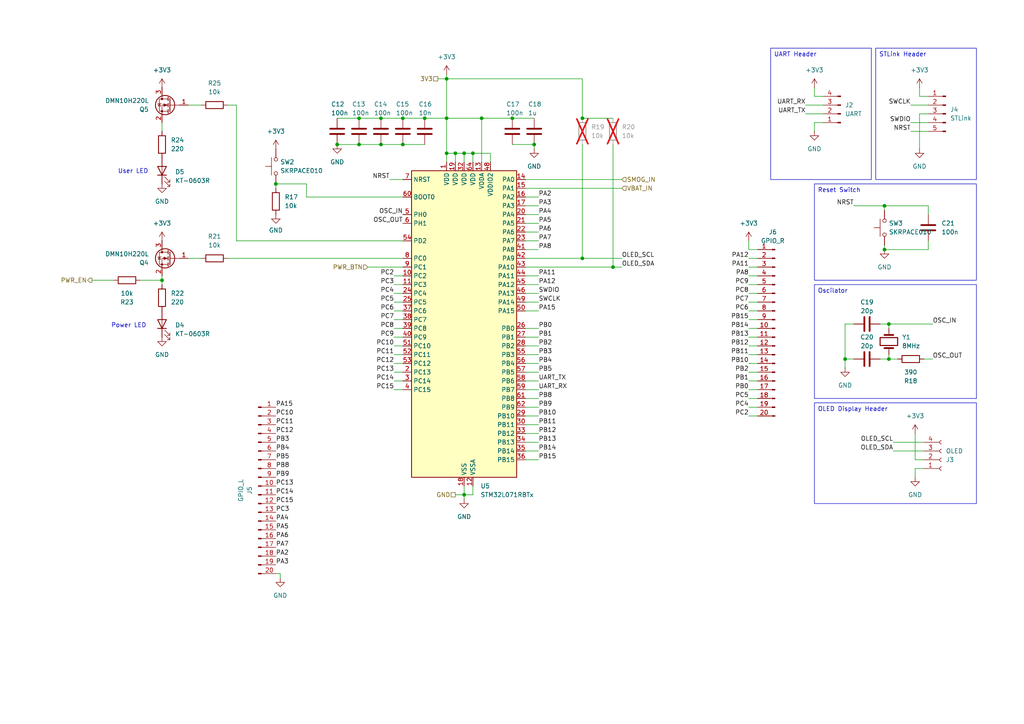
<source format=kicad_sch>
(kicad_sch (version 20231120) (generator "eeschema") (generator_version "8.0")
  (paper "A4")
  (title_block (title "E-Smog detector controller") (date "2024-03-15") (rev "0.2") (company "ARNweb Inc. ") (comment 1 "1798423") (comment 2 "Arne van Iterson"))
  (lib_symbols
    (symbol "Connector:Conn_01x04_Pin" (pin_names (offset 1.016) hide)
      (property "Reference" "J" (at 0 5.08 0))
      (property "Value" "Conn_01x04_Pin" (at 0 -7.62 0))
      (symbol "Conn_01x04_Pin_1_1"
        (polyline (pts (xy 1.27 -5.08) (xy 0.8636 -5.08)) (stroke (width 0.1524)))
        (polyline (pts (xy 1.27 -2.54) (xy 0.8636 -2.54)) (stroke (width 0.1524)))
        (polyline (pts (xy 1.27 0) (xy 0.8636 0)) (stroke (width 0.1524)))
        (polyline (pts (xy 1.27 2.54) (xy 0.8636 2.54)) (stroke (width 0.1524)))
        (rectangle (start 0.8636 -4.953) (end 0 -5.207) (stroke (width 0.1524)) (fill (type outline)))
        (rectangle (start 0.8636 -2.413) (end 0 -2.667) (stroke (width 0.1524)) (fill (type outline)))
        (rectangle (start 0.8636 0.127) (end 0 -0.127) (stroke (width 0.1524)) (fill (type outline)))
        (rectangle (start 0.8636 2.667) (end 0 2.413) (stroke (width 0.1524)) (fill (type outline)))
        (pin passive line (at 5.08 2.54 180) (length 3.81) (name "Pin_1") (number "1"))
        (pin passive line (at 5.08 0 180) (length 3.81) (name "Pin_2") (number "2"))
        (pin passive line (at 5.08 -2.54 180) (length 3.81) (name "Pin_3") (number "3"))
        (pin passive line (at 5.08 -5.08 180) (length 3.81) (name "Pin_4") (number "4"))
      )
    )
    (symbol "Connector:Conn_01x04_Socket" (pin_names (offset 1.016) hide)
      (property "Reference" "J" (at 0 5.08 0))
      (property "Value" "Conn_01x04_Socket" (at 0 -7.62 0))
      (symbol "Conn_01x04_Socket_1_1"
        (arc (start 0 -4.572) (mid -0.5058 -5.08) (end 0 -5.588) (stroke (width 0.1524)))
        (arc (start 0 -2.032) (mid -0.5058 -2.54) (end 0 -3.048) (stroke (width 0.1524)))
        (polyline (pts (xy -1.27 -5.08) (xy -0.508 -5.08)) (stroke (width 0.1524)))
        (polyline (pts (xy -1.27 -2.54) (xy -0.508 -2.54)) (stroke (width 0.1524)))
        (polyline (pts (xy -1.27 0) (xy -0.508 0)) (stroke (width 0.1524)))
        (polyline (pts (xy -1.27 2.54) (xy -0.508 2.54)) (stroke (width 0.1524)))
        (arc (start 0 0.508) (mid -0.5058 0) (end 0 -0.508) (stroke (width 0.1524)))
        (arc (start 0 3.048) (mid -0.5058 2.54) (end 0 2.032) (stroke (width 0.1524)))
        (pin passive line (at -5.08 2.54 0) (length 3.81) (name "Pin_1") (number "1"))
        (pin passive line (at -5.08 0 0) (length 3.81) (name "Pin_2") (number "2"))
        (pin passive line (at -5.08 -2.54 0) (length 3.81) (name "Pin_3") (number "3"))
        (pin passive line (at -5.08 -5.08 0) (length 3.81) (name "Pin_4") (number "4"))
      )
    )
    (symbol "Connector:Conn_01x05_Pin" (pin_names (offset 1.016) hide)
      (property "Reference" "J" (at 0 7.62 0))
      (property "Value" "Conn_01x05_Pin" (at 0 -7.62 0))
      (symbol "Conn_01x05_Pin_1_1"
        (polyline (pts (xy 1.27 -5.08) (xy 0.8636 -5.08)) (stroke (width 0.1524)))
        (polyline (pts (xy 1.27 -2.54) (xy 0.8636 -2.54)) (stroke (width 0.1524)))
        (polyline (pts (xy 1.27 0) (xy 0.8636 0)) (stroke (width 0.1524)))
        (polyline (pts (xy 1.27 2.54) (xy 0.8636 2.54)) (stroke (width 0.1524)))
        (polyline (pts (xy 1.27 5.08) (xy 0.8636 5.08)) (stroke (width 0.1524)))
        (rectangle (start 0.8636 -4.953) (end 0 -5.207) (stroke (width 0.1524)) (fill (type outline)))
        (rectangle (start 0.8636 -2.413) (end 0 -2.667) (stroke (width 0.1524)) (fill (type outline)))
        (rectangle (start 0.8636 0.127) (end 0 -0.127) (stroke (width 0.1524)) (fill (type outline)))
        (rectangle (start 0.8636 2.667) (end 0 2.413) (stroke (width 0.1524)) (fill (type outline)))
        (rectangle (start 0.8636 5.207) (end 0 4.953) (stroke (width 0.1524)) (fill (type outline)))
        (pin passive line (at 5.08 5.08 180) (length 3.81) (name "Pin_1") (number "1"))
        (pin passive line (at 5.08 2.54 180) (length 3.81) (name "Pin_2") (number "2"))
        (pin passive line (at 5.08 0 180) (length 3.81) (name "Pin_3") (number "3"))
        (pin passive line (at 5.08 -2.54 180) (length 3.81) (name "Pin_4") (number "4"))
        (pin passive line (at 5.08 -5.08 180) (length 3.81) (name "Pin_5") (number "5"))
      )
    )
    (symbol "Connector:Conn_01x20_Pin" (pin_names (offset 1.016) hide)
      (property "Reference" "J" (at 0 25.4 0))
      (property "Value" "Conn_01x20_Pin" (at 0 -27.94 0))
      (symbol "Conn_01x20_Pin_1_1"
        (polyline (pts (xy 1.27 -25.4) (xy 0.8636 -25.4)) (stroke (width 0.1524)))
        (polyline (pts (xy 1.27 -22.86) (xy 0.8636 -22.86)) (stroke (width 0.1524)))
        (polyline (pts (xy 1.27 -20.32) (xy 0.8636 -20.32)) (stroke (width 0.1524)))
        (polyline (pts (xy 1.27 -17.78) (xy 0.8636 -17.78)) (stroke (width 0.1524)))
        (polyline (pts (xy 1.27 -15.24) (xy 0.8636 -15.24)) (stroke (width 0.1524)))
        (polyline (pts (xy 1.27 -12.7) (xy 0.8636 -12.7)) (stroke (width 0.1524)))
        (polyline (pts (xy 1.27 -10.16) (xy 0.8636 -10.16)) (stroke (width 0.1524)))
        (polyline (pts (xy 1.27 -7.62) (xy 0.8636 -7.62)) (stroke (width 0.1524)))
        (polyline (pts (xy 1.27 -5.08) (xy 0.8636 -5.08)) (stroke (width 0.1524)))
        (polyline (pts (xy 1.27 -2.54) (xy 0.8636 -2.54)) (stroke (width 0.1524)))
        (polyline (pts (xy 1.27 0) (xy 0.8636 0)) (stroke (width 0.1524)))
        (polyline (pts (xy 1.27 2.54) (xy 0.8636 2.54)) (stroke (width 0.1524)))
        (polyline (pts (xy 1.27 5.08) (xy 0.8636 5.08)) (stroke (width 0.1524)))
        (polyline (pts (xy 1.27 7.62) (xy 0.8636 7.62)) (stroke (width 0.1524)))
        (polyline (pts (xy 1.27 10.16) (xy 0.8636 10.16)) (stroke (width 0.1524)))
        (polyline (pts (xy 1.27 12.7) (xy 0.8636 12.7)) (stroke (width 0.1524)))
        (polyline (pts (xy 1.27 15.24) (xy 0.8636 15.24)) (stroke (width 0.1524)))
        (polyline (pts (xy 1.27 17.78) (xy 0.8636 17.78)) (stroke (width 0.1524)))
        (polyline (pts (xy 1.27 20.32) (xy 0.8636 20.32)) (stroke (width 0.1524)))
        (polyline (pts (xy 1.27 22.86) (xy 0.8636 22.86)) (stroke (width 0.1524)))
        (rectangle (start 0.8636 -25.273) (end 0 -25.527) (stroke (width 0.1524)) (fill (type outline)))
        (rectangle (start 0.8636 -22.733) (end 0 -22.987) (stroke (width 0.1524)) (fill (type outline)))
        (rectangle (start 0.8636 -20.193) (end 0 -20.447) (stroke (width 0.1524)) (fill (type outline)))
        (rectangle (start 0.8636 -17.653) (end 0 -17.907) (stroke (width 0.1524)) (fill (type outline)))
        (rectangle (start 0.8636 -15.113) (end 0 -15.367) (stroke (width 0.1524)) (fill (type outline)))
        (rectangle (start 0.8636 -12.573) (end 0 -12.827) (stroke (width 0.1524)) (fill (type outline)))
        (rectangle (start 0.8636 -10.033) (end 0 -10.287) (stroke (width 0.1524)) (fill (type outline)))
        (rectangle (start 0.8636 -7.493) (end 0 -7.747) (stroke (width 0.1524)) (fill (type outline)))
        (rectangle (start 0.8636 -4.953) (end 0 -5.207) (stroke (width 0.1524)) (fill (type outline)))
        (rectangle (start 0.8636 -2.413) (end 0 -2.667) (stroke (width 0.1524)) (fill (type outline)))
        (rectangle (start 0.8636 0.127) (end 0 -0.127) (stroke (width 0.1524)) (fill (type outline)))
        (rectangle (start 0.8636 2.667) (end 0 2.413) (stroke (width 0.1524)) (fill (type outline)))
        (rectangle (start 0.8636 5.207) (end 0 4.953) (stroke (width 0.1524)) (fill (type outline)))
        (rectangle (start 0.8636 7.747) (end 0 7.493) (stroke (width 0.1524)) (fill (type outline)))
        (rectangle (start 0.8636 10.287) (end 0 10.033) (stroke (width 0.1524)) (fill (type outline)))
        (rectangle (start 0.8636 12.827) (end 0 12.573) (stroke (width 0.1524)) (fill (type outline)))
        (rectangle (start 0.8636 15.367) (end 0 15.113) (stroke (width 0.1524)) (fill (type outline)))
        (rectangle (start 0.8636 17.907) (end 0 17.653) (stroke (width 0.1524)) (fill (type outline)))
        (rectangle (start 0.8636 20.447) (end 0 20.193) (stroke (width 0.1524)) (fill (type outline)))
        (rectangle (start 0.8636 22.987) (end 0 22.733) (stroke (width 0.1524)) (fill (type outline)))
        (pin passive line (at 5.08 22.86 180) (length 3.81) (name "Pin_1") (number "1"))
        (pin passive line (at 5.08 0 180) (length 3.81) (name "Pin_10") (number "10"))
        (pin passive line (at 5.08 -2.54 180) (length 3.81) (name "Pin_11") (number "11"))
        (pin passive line (at 5.08 -5.08 180) (length 3.81) (name "Pin_12") (number "12"))
        (pin passive line (at 5.08 -7.62 180) (length 3.81) (name "Pin_13") (number "13"))
        (pin passive line (at 5.08 -10.16 180) (length 3.81) (name "Pin_14") (number "14"))
        (pin passive line (at 5.08 -12.7 180) (length 3.81) (name "Pin_15") (number "15"))
        (pin passive line (at 5.08 -15.24 180) (length 3.81) (name "Pin_16") (number "16"))
        (pin passive line (at 5.08 -17.78 180) (length 3.81) (name "Pin_17") (number "17"))
        (pin passive line (at 5.08 -20.32 180) (length 3.81) (name "Pin_18") (number "18"))
        (pin passive line (at 5.08 -22.86 180) (length 3.81) (name "Pin_19") (number "19"))
        (pin passive line (at 5.08 20.32 180) (length 3.81) (name "Pin_2") (number "2"))
        (pin passive line (at 5.08 -25.4 180) (length 3.81) (name "Pin_20") (number "20"))
        (pin passive line (at 5.08 17.78 180) (length 3.81) (name "Pin_3") (number "3"))
        (pin passive line (at 5.08 15.24 180) (length 3.81) (name "Pin_4") (number "4"))
        (pin passive line (at 5.08 12.7 180) (length 3.81) (name "Pin_5") (number "5"))
        (pin passive line (at 5.08 10.16 180) (length 3.81) (name "Pin_6") (number "6"))
        (pin passive line (at 5.08 7.62 180) (length 3.81) (name "Pin_7") (number "7"))
        (pin passive line (at 5.08 5.08 180) (length 3.81) (name "Pin_8") (number "8"))
        (pin passive line (at 5.08 2.54 180) (length 3.81) (name "Pin_9") (number "9"))
      )
    )
    (symbol "Device:C" (pin_numbers hide) (pin_names (offset 0.254))
      (property "Reference" "C" (at 0.635 2.54 0))
      (property "Value" "C" (at 0.635 -2.54 0))
      (symbol "C_0_1"
        (polyline (pts (xy -2.032 -0.762) (xy 2.032 -0.762)) (stroke (width 0.508)))
        (polyline (pts (xy -2.032 0.762) (xy 2.032 0.762)) (stroke (width 0.508)))
      )
      (symbol "C_1_1"
        (pin passive line (at 0 3.81 270) (length 2.794) (name "~") (number "1"))
        (pin passive line (at 0 -3.81 90) (length 2.794) (name "~") (number "2"))
      )
    )
    (symbol "Device:Crystal" (pin_numbers hide) (pin_names (offset 1.016) hide)
      (property "Reference" "Y" (at 0 3.81 0))
      (property "Value" "Crystal" (at 0 -3.81 0))
      (symbol "Crystal_0_1"
        (rectangle (start -1.143 2.54) (end 1.143 -2.54) (stroke (width 0.3048)))
        (polyline (pts (xy -2.54 0) (xy -1.905 0)))
        (polyline (pts (xy -1.905 -1.27) (xy -1.905 1.27)) (stroke (width 0.508)))
        (polyline (pts (xy 1.905 -1.27) (xy 1.905 1.27)) (stroke (width 0.508)))
        (polyline (pts (xy 2.54 0) (xy 1.905 0)))
      )
      (symbol "Crystal_1_1"
        (pin passive line (at -3.81 0 0) (length 1.27) (name "1") (number "1"))
        (pin passive line (at 3.81 0 180) (length 1.27) (name "2") (number "2"))
      )
    )
    (symbol "Device:LED" (pin_numbers hide) (pin_names (offset 1.016) hide)
      (property "Reference" "D" (at 0 2.54 0))
      (property "Value" "LED" (at 0 -2.54 0))
      (symbol "LED_0_1"
        (polyline (pts (xy -1.27 -1.27) (xy -1.27 1.27)) (stroke (width 0.254)))
        (polyline (pts (xy -1.27 0) (xy 1.27 0)))
        (polyline (pts (xy 1.27 -1.27) (xy 1.27 1.27) (xy -1.27 0) (xy 1.27 -1.27)) (stroke (width 0.254)))
        (polyline (pts (xy -3.048 -0.762) (xy -4.572 -2.286) (xy -3.81 -2.286) (xy -4.572 -2.286) (xy -4.572 -1.524)))
        (polyline (pts (xy -1.778 -0.762) (xy -3.302 -2.286) (xy -2.54 -2.286) (xy -3.302 -2.286) (xy -3.302 -1.524)))
      )
      (symbol "LED_1_1"
        (pin passive line (at -3.81 0 0) (length 2.54) (name "K") (number "1"))
        (pin passive line (at 3.81 0 180) (length 2.54) (name "A") (number "2"))
      )
    )
    (symbol "Device:R" (pin_numbers hide) (pin_names (offset 0))
      (property "Reference" "R" (at 2.032 0 90))
      (property "Value" "R" (at 0 0 90))
      (symbol "R_0_1"
        (rectangle (start -1.016 -2.54) (end 1.016 2.54) (stroke (width 0.254)))
      )
      (symbol "R_1_1"
        (pin passive line (at 0 3.81 270) (length 1.27) (name "~") (number "1"))
        (pin passive line (at 0 -3.81 90) (length 1.27) (name "~") (number "2"))
      )
    )
    (symbol "MCU_ST_STM32L0:STM32L071RBTx"
      (property "Reference" "U" (at -15.24 46.99 0))
      (property "Value" "STM32L071RBTx" (at 10.16 46.99 0))
      (symbol "STM32L071RBTx_0_1"
        (rectangle (start -15.24 -43.18) (end 15.24 45.72) (stroke (width 0.254)) (fill (type background)))
      )
      (symbol "STM32L071RBTx_1_1"
        (pin power_in line (at -5.08 48.26 270) (length 2.54) (name "VDD") (number "1"))
        (pin bidirectional line (at -17.78 15.24 0) (length 2.54) (name "PC2") (number "10"))
        (pin bidirectional line (at -17.78 12.7 0) (length 2.54) (name "PC3") (number "11"))
        (pin power_in line (at 2.54 -45.72 90) (length 2.54) (name "VSSA") (number "12"))
        (pin power_in line (at 5.08 48.26 270) (length 2.54) (name "VDDA") (number "13"))
        (pin bidirectional line (at 17.78 43.18 180) (length 2.54) (name "PA0") (number "14"))
        (pin bidirectional line (at 17.78 40.64 180) (length 2.54) (name "PA1") (number "15"))
        (pin bidirectional line (at 17.78 38.1 180) (length 2.54) (name "PA2") (number "16"))
        (pin bidirectional line (at 17.78 35.56 180) (length 2.54) (name "PA3") (number "17"))
        (pin power_in line (at 0 -45.72 90) (length 2.54) (name "VSS") (number "18"))
        (pin power_in line (at -2.54 48.26 270) (length 2.54) (name "VDD") (number "19"))
        (pin bidirectional line (at -17.78 -12.7 0) (length 2.54) (name "PC13") (number "2"))
        (pin bidirectional line (at 17.78 33.02 180) (length 2.54) (name "PA4") (number "20"))
        (pin bidirectional line (at 17.78 30.48 180) (length 2.54) (name "PA5") (number "21"))
        (pin bidirectional line (at 17.78 27.94 180) (length 2.54) (name "PA6") (number "22"))
        (pin bidirectional line (at 17.78 25.4 180) (length 2.54) (name "PA7") (number "23"))
        (pin bidirectional line (at -17.78 10.16 0) (length 2.54) (name "PC4") (number "24"))
        (pin bidirectional line (at -17.78 7.62 0) (length 2.54) (name "PC5") (number "25"))
        (pin bidirectional line (at 17.78 0 180) (length 2.54) (name "PB0") (number "26"))
        (pin bidirectional line (at 17.78 -2.54 180) (length 2.54) (name "PB1") (number "27"))
        (pin bidirectional line (at 17.78 -5.08 180) (length 2.54) (name "PB2") (number "28"))
        (pin bidirectional line (at 17.78 -25.4 180) (length 2.54) (name "PB10") (number "29"))
        (pin bidirectional line (at -17.78 -15.24 0) (length 2.54) (name "PC14") (number "3"))
        (pin bidirectional line (at 17.78 -27.94 180) (length 2.54) (name "PB11") (number "30"))
        (pin passive line (at 0 -45.72 90) (length 2.54) hide (name "VSS") (number "31"))
        (pin power_in line (at 0 48.26 270) (length 2.54) (name "VDD") (number "32"))
        (pin bidirectional line (at 17.78 -30.48 180) (length 2.54) (name "PB12") (number "33"))
        (pin bidirectional line (at 17.78 -33.02 180) (length 2.54) (name "PB13") (number "34"))
        (pin bidirectional line (at 17.78 -35.56 180) (length 2.54) (name "PB14") (number "35"))
        (pin bidirectional line (at 17.78 -38.1 180) (length 2.54) (name "PB15") (number "36"))
        (pin bidirectional line (at -17.78 5.08 0) (length 2.54) (name "PC6") (number "37"))
        (pin bidirectional line (at -17.78 2.54 0) (length 2.54) (name "PC7") (number "38"))
        (pin bidirectional line (at -17.78 0 0) (length 2.54) (name "PC8") (number "39"))
        (pin bidirectional line (at -17.78 -17.78 0) (length 2.54) (name "PC15") (number "4"))
        (pin bidirectional line (at -17.78 -2.54 0) (length 2.54) (name "PC9") (number "40"))
        (pin bidirectional line (at 17.78 22.86 180) (length 2.54) (name "PA8") (number "41"))
        (pin bidirectional line (at 17.78 20.32 180) (length 2.54) (name "PA9") (number "42"))
        (pin bidirectional line (at 17.78 17.78 180) (length 2.54) (name "PA10") (number "43"))
        (pin bidirectional line (at 17.78 15.24 180) (length 2.54) (name "PA11") (number "44"))
        (pin bidirectional line (at 17.78 12.7 180) (length 2.54) (name "PA12") (number "45"))
        (pin bidirectional line (at 17.78 10.16 180) (length 2.54) (name "PA13") (number "46"))
        (pin passive line (at 0 -45.72 90) (length 2.54) hide (name "VSS") (number "47"))
        (pin power_in line (at 7.62 48.26 270) (length 2.54) (name "VDDIO2") (number "48"))
        (pin bidirectional line (at 17.78 7.62 180) (length 2.54) (name "PA14") (number "49"))
        (pin bidirectional line (at -17.78 33.02 0) (length 2.54) (name "PH0") (number "5"))
        (pin bidirectional line (at 17.78 5.08 180) (length 2.54) (name "PA15") (number "50"))
        (pin bidirectional line (at -17.78 -5.08 0) (length 2.54) (name "PC10") (number "51"))
        (pin bidirectional line (at -17.78 -7.62 0) (length 2.54) (name "PC11") (number "52"))
        (pin bidirectional line (at -17.78 -10.16 0) (length 2.54) (name "PC12") (number "53"))
        (pin bidirectional line (at -17.78 25.4 0) (length 2.54) (name "PD2") (number "54"))
        (pin bidirectional line (at 17.78 -7.62 180) (length 2.54) (name "PB3") (number "55"))
        (pin bidirectional line (at 17.78 -10.16 180) (length 2.54) (name "PB4") (number "56"))
        (pin bidirectional line (at 17.78 -12.7 180) (length 2.54) (name "PB5") (number "57"))
        (pin bidirectional line (at 17.78 -15.24 180) (length 2.54) (name "PB6") (number "58"))
        (pin bidirectional line (at 17.78 -17.78 180) (length 2.54) (name "PB7") (number "59"))
        (pin bidirectional line (at -17.78 30.48 0) (length 2.54) (name "PH1") (number "6"))
        (pin input line (at -17.78 38.1 0) (length 2.54) (name "BOOT0") (number "60"))
        (pin bidirectional line (at 17.78 -20.32 180) (length 2.54) (name "PB8") (number "61"))
        (pin bidirectional line (at 17.78 -22.86 180) (length 2.54) (name "PB9") (number "62"))
        (pin passive line (at 0 -45.72 90) (length 2.54) hide (name "VSS") (number "63"))
        (pin power_in line (at 2.54 48.26 270) (length 2.54) (name "VDD") (number "64"))
        (pin input line (at -17.78 43.18 0) (length 2.54) (name "NRST") (number "7"))
        (pin bidirectional line (at -17.78 20.32 0) (length 2.54) (name "PC0") (number "8"))
        (pin bidirectional line (at -17.78 17.78 0) (length 2.54) (name "PC1") (number "9"))
      )
    )
    (symbol "Switch:SW_Push" (pin_numbers hide) (pin_names (offset 1.016) hide)
      (property "Reference" "SW" (at 1.27 2.54 0))
      (property "Value" "SW_Push" (at 0 -1.524 0))
      (symbol "SW_Push_0_1"
        (circle (center -2.032 0) (radius 0.508))
        (polyline (pts (xy 0 1.27) (xy 0 3.048)))
        (polyline (pts (xy 2.54 1.27) (xy -2.54 1.27)))
        (circle (center 2.032 0) (radius 0.508))
        (pin passive line (at -5.08 0 0) (length 2.54) (name "1") (number "1"))
        (pin passive line (at 5.08 0 180) (length 2.54) (name "2") (number "2"))
      )
    )
    (symbol "Transistor_FET:DMN10H220L" (pin_names hide)
      (property "Reference" "Q" (at 5.08 1.905 0))
      (property "Value" "DMN10H220L" (at 5.08 0 0))
      (symbol "DMN10H220L_0_1"
        (polyline (pts (xy 0.254 0) (xy -2.54 0)))
        (polyline (pts (xy 0.254 1.905) (xy 0.254 -1.905)) (stroke (width 0.254)))
        (polyline (pts (xy 0.762 -1.27) (xy 0.762 -2.286)) (stroke (width 0.254)))
        (polyline (pts (xy 0.762 0.508) (xy 0.762 -0.508)) (stroke (width 0.254)))
        (polyline (pts (xy 0.762 2.286) (xy 0.762 1.27)) (stroke (width 0.254)))
        (polyline (pts (xy 2.54 2.54) (xy 2.54 1.778)))
        (polyline (pts (xy 2.54 -2.54) (xy 2.54 0) (xy 0.762 0)))
        (polyline (pts (xy 0.762 -1.778) (xy 3.302 -1.778) (xy 3.302 1.778) (xy 0.762 1.778)))
        (polyline (pts (xy 1.016 0) (xy 2.032 0.381) (xy 2.032 -0.381) (xy 1.016 0)) (fill (type outline)))
        (polyline (pts (xy 2.794 0.508) (xy 2.921 0.381) (xy 3.683 0.381) (xy 3.81 0.254)))
        (polyline (pts (xy 3.302 0.381) (xy 2.921 -0.254) (xy 3.683 -0.254) (xy 3.302 0.381)))
        (circle (center 1.651 0) (radius 2.794) (stroke (width 0.254)))
        (circle (center 2.54 -1.778) (radius 0.254) (fill (type outline)))
        (circle (center 2.54 1.778) (radius 0.254) (fill (type outline)))
      )
      (symbol "DMN10H220L_1_1"
        (pin input line (at -5.08 0 0) (length 2.54) (name "G") (number "1"))
        (pin passive line (at 2.54 -5.08 90) (length 2.54) (name "S") (number "2"))
        (pin passive line (at 2.54 5.08 270) (length 2.54) (name "D") (number "3"))
      )
    )
    (symbol "power:+3V3" (power) (pin_numbers hide) (pin_names (offset 0) hide)
      (property "Value" "+3V3" (at 0 3.556 0))
      (symbol "+3V3_0_1"
        (polyline (pts (xy -0.762 1.27) (xy 0 2.54)))
        (polyline (pts (xy 0 0) (xy 0 2.54)))
        (polyline (pts (xy 0 2.54) (xy 0.762 1.27)))
      )
      (symbol "+3V3_1_1"
        (pin power_in line (at 0 0 90) (length 0) (name "~") (number "1"))
      )
    )
    (symbol "power:GND" (power) (pin_numbers hide) (pin_names (offset 0) hide)
      (property "Value" "GND" (at 0 -3.81 0))
      (symbol "GND_0_1"
        (polyline (pts (xy 0 0) (xy 0 -1.27) (xy 1.27 -1.27) (xy 0 -2.54) (xy -1.27 -1.27) (xy 0 -1.27)))
      )
      (symbol "GND_1_1"
        (pin power_in line (at 0 0 270) (length 0) (name "~") (number "1"))
      )
    )
  )
  (junction (at 123.19 34.29))
  (junction (at 110.49 34.29))
  (junction (at 116.84 34.29))
  (junction (at 168.91 34.29))
  (junction (at 148.59 34.29))
  (junction (at 257.81 104.14))
  (junction (at 256.54 59.69))
  (junction (at 132.08 44.45))
  (junction (at 104.14 34.29))
  (junction (at 129.54 22.86))
  (junction (at 97.79 41.91))
  (junction (at 154.94 41.91))
  (junction (at 129.54 44.45))
  (junction (at 257.81 93.98))
  (junction (at 168.91 74.93))
  (junction (at 110.49 41.91))
  (junction (at 46.99 81.28))
  (junction (at 134.62 143.51))
  (junction (at 256.54 72.39))
  (junction (at 80.01 53.34))
  (junction (at 129.54 34.29))
  (junction (at 104.14 41.91))
  (junction (at 139.7 34.29))
  (junction (at 245.11 104.14))
  (junction (at 137.16 44.45))
  (junction (at 134.62 44.45))
  (junction (at 116.84 41.91))
  (junction (at 177.8 77.47))
  (wire (pts (xy 265.43 135.89) (xy 267.97 135.89)))
  (wire (pts (xy 152.4 54.61) (xy 180.34 54.61)))
  (wire (pts (xy 113.03 52.07) (xy 116.84 52.07)))
  (wire (pts (xy 114.3 90.17) (xy 116.84 90.17)))
  (wire (pts (xy 177.8 41.91) (xy 177.8 77.47)))
  (wire (pts (xy 156.21 67.31) (xy 152.4 67.31)))
  (wire (pts (xy 129.54 44.45) (xy 132.08 44.45)))
  (wire (pts (xy 152.4 52.07) (xy 180.34 52.07)))
  (wire (pts (xy 114.3 110.49) (xy 116.84 110.49)))
  (wire (pts (xy 114.3 97.79) (xy 116.84 97.79)))
  (wire (pts (xy 217.17 72.39) (xy 219.71 72.39)))
  (wire (pts (xy 81.28 166.37) (xy 80.01 166.37)))
  (wire (pts (xy 80.01 54.61) (xy 80.01 53.34)))
  (wire (pts (xy 259.08 130.81) (xy 267.97 130.81)))
  (wire (pts (xy 106.68 77.47) (xy 116.84 77.47)))
  (wire (pts (xy 114.3 80.01) (xy 116.84 80.01)))
  (wire (pts (xy 156.21 125.73) (xy 152.4 125.73)))
  (wire (pts (xy 156.21 102.87) (xy 152.4 102.87)))
  (wire (pts (xy 257.81 93.98) (xy 270.51 93.98)))
  (wire (pts (xy 152.4 77.47) (xy 177.8 77.47)))
  (wire (pts (xy 217.17 105.41) (xy 219.71 105.41)))
  (wire (pts (xy 257.81 104.14) (xy 260.35 104.14)))
  (wire (pts (xy 217.17 82.55) (xy 219.71 82.55)))
  (wire (pts (xy 154.94 43.18) (xy 154.94 41.91)))
  (wire (pts (xy 156.21 128.27) (xy 152.4 128.27)))
  (wire (pts (xy 123.19 34.29) (xy 129.54 34.29)))
  (wire (pts (xy 114.3 102.87) (xy 116.84 102.87)))
  (wire (pts (xy 148.59 41.91) (xy 154.94 41.91)))
  (wire (pts (xy 217.17 95.25) (xy 219.71 95.25)))
  (wire (pts (xy 245.11 106.68) (xy 245.11 104.14)))
  (wire (pts (xy 88.9 57.15) (xy 116.84 57.15)))
  (wire (pts (xy 156.21 118.11) (xy 152.4 118.11)))
  (wire (pts (xy 114.3 85.09) (xy 116.84 85.09)))
  (wire (pts (xy 177.8 77.47) (xy 180.34 77.47)))
  (wire (pts (xy 236.22 35.56) (xy 238.76 35.56)))
  (wire (pts (xy 217.17 74.93) (xy 219.71 74.93)))
  (wire (pts (xy 156.21 80.01) (xy 152.4 80.01)))
  (wire (pts (xy 217.17 113.03) (xy 219.71 113.03)))
  (wire (pts (xy 132.08 44.45) (xy 132.08 46.99)))
  (wire (pts (xy 104.14 41.91) (xy 110.49 41.91)))
  (wire (pts (xy 134.62 44.45) (xy 134.62 46.99)))
  (wire (pts (xy 137.16 143.51) (xy 134.62 143.51)))
  (wire (pts (xy 152.4 113.03) (xy 156.21 113.03)))
  (wire (pts (xy 46.99 82.55) (xy 46.99 81.28)))
  (wire (pts (xy 217.17 97.79) (xy 219.71 97.79)))
  (wire (pts (xy 134.62 143.51) (xy 134.62 144.78)))
  (wire (pts (xy 264.16 38.1) (xy 269.24 38.1)))
  (wire (pts (xy 110.49 41.91) (xy 116.84 41.91)))
  (wire (pts (xy 266.7 27.94) (xy 269.24 27.94)))
  (wire (pts (xy 129.54 34.29) (xy 139.7 34.29)))
  (wire (pts (xy 217.17 87.63) (xy 219.71 87.63)))
  (wire (pts (xy 129.54 22.86) (xy 168.91 22.86)))
  (wire (pts (xy 266.7 33.02) (xy 269.24 33.02)))
  (wire (pts (xy 236.22 38.1) (xy 236.22 35.56)))
  (wire (pts (xy 114.3 113.03) (xy 116.84 113.03)))
  (wire (pts (xy 137.16 140.97) (xy 137.16 143.51)))
  (wire (pts (xy 245.11 93.98) (xy 245.11 104.14)))
  (wire (pts (xy 137.16 44.45) (xy 137.16 46.99)))
  (wire (pts (xy 114.3 100.33) (xy 116.84 100.33)))
  (wire (pts (xy 152.4 90.17) (xy 156.21 90.17)))
  (wire (pts (xy 88.9 53.34) (xy 88.9 57.15)))
  (wire (pts (xy 156.21 123.19) (xy 152.4 123.19)))
  (wire (pts (xy 156.21 107.95) (xy 152.4 107.95)))
  (wire (pts (xy 46.99 80.01) (xy 46.99 81.28)))
  (wire (pts (xy 110.49 34.29) (xy 116.84 34.29)))
  (wire (pts (xy 217.17 118.11) (xy 219.71 118.11)))
  (wire (pts (xy 267.97 104.14) (xy 270.51 104.14)))
  (wire (pts (xy 114.3 82.55) (xy 116.84 82.55)))
  (wire (pts (xy 66.04 74.93) (xy 116.84 74.93)))
  (wire (pts (xy 247.65 104.14) (xy 245.11 104.14)))
  (wire (pts (xy 256.54 71.12) (xy 256.54 72.39)))
  (wire (pts (xy 255.27 104.14) (xy 257.81 104.14)))
  (wire (pts (xy 256.54 59.69) (xy 256.54 60.96)))
  (wire (pts (xy 217.17 110.49) (xy 219.71 110.49)))
  (wire (pts (xy 46.99 35.56) (xy 46.99 38.1)))
  (wire (pts (xy 265.43 138.43) (xy 265.43 135.89)))
  (wire (pts (xy 81.28 167.64) (xy 81.28 166.37)))
  (wire (pts (xy 265.43 133.35) (xy 267.97 133.35)))
  (wire (pts (xy 168.91 41.91) (xy 168.91 74.93)))
  (wire (pts (xy 269.24 69.85) (xy 269.24 72.39)))
  (wire (pts (xy 114.3 92.71) (xy 116.84 92.71)))
  (wire (pts (xy 266.7 43.18) (xy 266.7 33.02)))
  (wire (pts (xy 156.21 130.81) (xy 152.4 130.81)))
  (wire (pts (xy 132.08 143.51) (xy 134.62 143.51)))
  (wire (pts (xy 264.16 30.48) (xy 269.24 30.48)))
  (wire (pts (xy 256.54 59.69) (xy 269.24 59.69)))
  (wire (pts (xy 217.17 115.57) (xy 219.71 115.57)))
  (wire (pts (xy 156.21 82.55) (xy 152.4 82.55)))
  (wire (pts (xy 156.21 95.25) (xy 152.4 95.25)))
  (wire (pts (xy 168.91 74.93) (xy 180.34 74.93)))
  (wire (pts (xy 236.22 25.4) (xy 236.22 27.94)))
  (wire (pts (xy 68.58 69.85) (xy 116.84 69.85)))
  (wire (pts (xy 168.91 22.86) (xy 168.91 34.29)))
  (wire (pts (xy 116.84 34.29) (xy 123.19 34.29)))
  (wire (pts (xy 129.54 44.45) (xy 129.54 46.99)))
  (wire (pts (xy 156.21 100.33) (xy 152.4 100.33)))
  (wire (pts (xy 129.54 22.86) (xy 129.54 34.29)))
  (wire (pts (xy 217.17 80.01) (xy 219.71 80.01)))
  (wire (pts (xy 129.54 34.29) (xy 129.54 44.45)))
  (wire (pts (xy 66.04 30.48) (xy 68.58 30.48)))
  (wire (pts (xy 26.67 81.28) (xy 33.02 81.28)))
  (wire (pts (xy 129.54 21.59) (xy 129.54 22.86)))
  (wire (pts (xy 156.21 115.57) (xy 152.4 115.57)))
  (wire (pts (xy 257.81 95.25) (xy 257.81 93.98)))
  (wire (pts (xy 259.08 128.27) (xy 267.97 128.27)))
  (wire (pts (xy 68.58 30.48) (xy 68.58 69.85)))
  (wire (pts (xy 156.21 69.85) (xy 152.4 69.85)))
  (wire (pts (xy 127 22.86) (xy 129.54 22.86)))
  (wire (pts (xy 148.59 34.29) (xy 154.94 34.29)))
  (wire (pts (xy 114.3 107.95) (xy 116.84 107.95)))
  (wire (pts (xy 142.24 44.45) (xy 137.16 44.45)))
  (wire (pts (xy 255.27 93.98) (xy 257.81 93.98)))
  (wire (pts (xy 97.79 41.91) (xy 104.14 41.91)))
  (wire (pts (xy 156.21 105.41) (xy 152.4 105.41)))
  (wire (pts (xy 247.65 59.69) (xy 256.54 59.69)))
  (wire (pts (xy 114.3 105.41) (xy 116.84 105.41)))
  (wire (pts (xy 114.3 95.25) (xy 116.84 95.25)))
  (wire (pts (xy 54.61 30.48) (xy 58.42 30.48)))
  (wire (pts (xy 116.84 41.91) (xy 123.19 41.91)))
  (wire (pts (xy 233.68 33.02) (xy 238.76 33.02)))
  (wire (pts (xy 156.21 57.15) (xy 152.4 57.15)))
  (wire (pts (xy 152.4 110.49) (xy 156.21 110.49)))
  (wire (pts (xy 54.61 74.93) (xy 58.42 74.93)))
  (wire (pts (xy 104.14 34.29) (xy 110.49 34.29)))
  (wire (pts (xy 217.17 107.95) (xy 219.71 107.95)))
  (wire (pts (xy 217.17 90.17) (xy 219.71 90.17)))
  (wire (pts (xy 152.4 72.39) (xy 156.21 72.39)))
  (wire (pts (xy 217.17 85.09) (xy 219.71 85.09)))
  (wire (pts (xy 233.68 30.48) (xy 238.76 30.48)))
  (wire (pts (xy 97.79 34.29) (xy 104.14 34.29)))
  (wire (pts (xy 156.21 62.23) (xy 152.4 62.23)))
  (wire (pts (xy 156.21 133.35) (xy 152.4 133.35)))
  (wire (pts (xy 217.17 100.33) (xy 219.71 100.33)))
  (wire (pts (xy 156.21 64.77) (xy 152.4 64.77)))
  (wire (pts (xy 152.4 85.09) (xy 156.21 85.09)))
  (wire (pts (xy 217.17 69.85) (xy 217.17 72.39)))
  (wire (pts (xy 264.16 35.56) (xy 269.24 35.56)))
  (wire (pts (xy 114.3 87.63) (xy 116.84 87.63)))
  (wire (pts (xy 266.7 25.4) (xy 266.7 27.94)))
  (wire (pts (xy 139.7 34.29) (xy 139.7 46.99)))
  (wire (pts (xy 269.24 59.69) (xy 269.24 62.23)))
  (wire (pts (xy 257.81 102.87) (xy 257.81 104.14)))
  (wire (pts (xy 269.24 72.39) (xy 256.54 72.39)))
  (wire (pts (xy 217.17 102.87) (xy 219.71 102.87)))
  (wire (pts (xy 156.21 97.79) (xy 152.4 97.79)))
  (wire (pts (xy 80.01 53.34) (xy 88.9 53.34)))
  (wire (pts (xy 134.62 44.45) (xy 137.16 44.45)))
  (wire (pts (xy 236.22 27.94) (xy 238.76 27.94)))
  (wire (pts (xy 217.17 77.47) (xy 219.71 77.47)))
  (wire (pts (xy 217.17 120.65) (xy 219.71 120.65)))
  (wire (pts (xy 217.17 92.71) (xy 219.71 92.71)))
  (wire (pts (xy 152.4 87.63) (xy 156.21 87.63)))
  (wire (pts (xy 40.64 81.28) (xy 46.99 81.28)))
  (wire (pts (xy 139.7 34.29) (xy 148.59 34.29)))
  (wire (pts (xy 134.62 140.97) (xy 134.62 143.51)))
  (wire (pts (xy 168.91 34.29) (xy 177.8 34.29)))
  (wire (pts (xy 152.4 74.93) (xy 168.91 74.93)))
  (wire (pts (xy 265.43 125.73) (xy 265.43 133.35)))
  (wire (pts (xy 245.11 93.98) (xy 247.65 93.98)))
  (wire (pts (xy 142.24 46.99) (xy 142.24 44.45)))
  (wire (pts (xy 156.21 59.69) (xy 152.4 59.69)))
  (wire (pts (xy 156.21 120.65) (xy 152.4 120.65)))
  (wire (pts (xy 132.08 44.45) (xy 134.62 44.45)))
  (text_box "OLED Display Header\n" (at 236.22 116.84 0) (size 46.99 29.21) (effects (font (size 1.27 1.27)) (justify left top)))
  (text_box "Oscilator\n" (at 236.22 82.55 0) (size 46.99 33.02) (effects (font (size 1.27 1.27)) (justify left top)))
  (text_box "STLink Header\n" (at 254 13.97 0) (size 29.21 38.1) (effects (font (size 1.27 1.27)) (justify left top)))
  (text_box "UART Header" (at 223.52 13.97 0) (size 29.21 38.1) (effects (font (size 1.27 1.27)) (justify left top)))
  (text_box "Reset Switch\n" (at 236.22 53.34 0) (size 46.99 27.94) (effects (font (size 1.27 1.27)) (justify left top)))
  (text "User LED\n" (at 38.608 49.784 0) (effects (font (size 1.27 1.27))))
  (text "Power LED" (at 37.338 94.488 0) (effects (font (size 1.27 1.27))))
  (label "UART_RX" (at 233.68 30.48 180))
  (label "PA4" (at 80.01 151.13 0))
  (label "NRST" (at 264.16 38.1 180))
  (label "PA7" (at 80.01 158.75 0))
  (label "PB3" (at 156.21 102.87 0))
  (label "OLED_SDA" (at 180.34 77.47 0))
  (label "PC6" (at 217.17 90.17 180))
  (label "PB8" (at 80.01 135.89 0))
  (label "PB3" (at 80.01 128.27 0))
  (label "PB5" (at 156.21 107.95 0))
  (label "PB9" (at 156.21 118.11 0))
  (label "PB14" (at 217.17 95.25 180))
  (label "PC7" (at 114.3 92.71 180))
  (label "PB5" (at 80.01 133.35 0))
  (label "PA15" (at 156.21 90.17 0))
  (label "PC11" (at 80.01 123.19 0))
  (label "OSC_IN" (at 116.84 62.23 180))
  (label "PC2" (at 114.3 80.01 180))
  (label "PB2" (at 156.21 100.33 0))
  (label "UART_RX" (at 156.21 113.03 0))
  (label "PA11" (at 156.21 80.01 0))
  (label "OLED_SDA" (at 259.08 130.81 180))
  (label "PA3" (at 156.21 59.69 0))
  (label "PC5" (at 217.17 115.57 180))
  (label "PB0" (at 217.17 113.03 180))
  (label "PC8" (at 217.17 85.09 180))
  (label "SWCLK" (at 264.16 30.48 180))
  (label "PC10" (at 114.3 100.33 180))
  (label "PC3" (at 80.01 148.59 0))
  (label "PB12" (at 156.21 125.73 0))
  (label "PB11" (at 156.21 123.19 0))
  (label "PB14" (at 156.21 130.81 0))
  (label "PB15" (at 217.17 92.71 180))
  (label "PC8" (at 114.3 95.25 180))
  (label "SWDIO" (at 156.21 85.09 0))
  (label "PA12" (at 217.17 74.93 180))
  (label "PA8" (at 217.17 80.01 180))
  (label "PC15" (at 114.3 113.03 180))
  (label "PB10" (at 156.21 120.65 0))
  (label "OSC_IN" (at 270.51 93.98 0))
  (label "PA5" (at 156.21 64.77 0))
  (label "PB13" (at 217.17 97.79 180))
  (label "OSC_OUT" (at 116.84 64.77 180))
  (label "PB0" (at 156.21 95.25 0))
  (label "PA2" (at 156.21 57.15 0))
  (label "NRST" (at 113.03 52.07 180))
  (label "PB12" (at 217.17 100.33 180))
  (label "SWDIO" (at 264.16 35.56 180))
  (label "SWCLK" (at 156.21 87.63 0))
  (label "OSC_OUT" (at 270.51 104.14 0))
  (label "PB10" (at 217.17 105.41 180))
  (label "PC13" (at 80.01 140.97 0))
  (label "PC13" (at 114.3 107.95 180))
  (label "PB11" (at 217.17 102.87 180))
  (label "PC6" (at 114.3 90.17 180))
  (label "UART_TX" (at 156.21 110.49 0))
  (label "UART_TX" (at 233.68 33.02 180))
  (label "PC12" (at 80.01 125.73 0))
  (label "PC12" (at 114.3 105.41 180))
  (label "PB4" (at 80.01 130.81 0))
  (label "OLED_SCL" (at 259.08 128.27 180))
  (label "PC9" (at 114.3 97.79 180))
  (label "PA11" (at 217.17 77.47 180))
  (label "PC3" (at 114.3 82.55 180))
  (label "PC5" (at 114.3 87.63 180))
  (label "PC7" (at 217.17 87.63 180))
  (label "PA2" (at 80.01 161.29 0))
  (label "PB1" (at 217.17 110.49 180))
  (label "PB8" (at 156.21 115.57 0))
  (label "PA15" (at 80.01 118.11 0))
  (label "PC14" (at 114.3 110.49 180))
  (label "PA5" (at 80.01 153.67 0))
  (label "PA6" (at 80.01 156.21 0))
  (label "PC15" (at 80.01 146.05 0))
  (label "PB13" (at 156.21 128.27 0))
  (label "PC11" (at 114.3 102.87 180))
  (label "NRST" (at 247.65 59.69 180))
  (label "OLED_SCL" (at 180.34 74.93 0))
  (label "PC10" (at 80.01 120.65 0))
  (label "PC4" (at 217.17 118.11 180))
  (label "PA6" (at 156.21 67.31 0))
  (label "PB2" (at 217.17 107.95 180))
  (label "PC2" (at 217.17 120.65 180))
  (label "PA8" (at 156.21 72.39 0))
  (label "PA4" (at 156.21 62.23 0))
  (label "PB15" (at 156.21 133.35 0))
  (label "PC14" (at 80.01 143.51 0))
  (label "PC4" (at 114.3 85.09 180))
  (label "PA7" (at 156.21 69.85 0))
  (label "PB9" (at 80.01 138.43 0))
  (label "PB1" (at 156.21 97.79 0))
  (label "PB4" (at 156.21 105.41 0))
  (label "PA3" (at 80.01 163.83 0))
  (label "PA12" (at 156.21 82.55 0))
  (label "PC9" (at 217.17 82.55 180))
  (hierarchical_label "3V3" (shape passive) (at 127 22.86 180))
  (hierarchical_label "GND" (shape passive) (at 132.08 143.51 180))
  (hierarchical_label "VBAT_IN" (shape input) (at 180.34 54.61 0))
  (hierarchical_label "PWR_BTN" (shape input) (at 106.68 77.47 180))
  (hierarchical_label "PWR_EN" (shape output) (at 26.67 81.28 180))
  (hierarchical_label "SMOG_IN" (shape input) (at 180.34 52.07 0))
  (symbol (lib_id "Device:R") (at 36.83 81.28 270) (mirror x) (unit 1)
    (property "Reference" "R23" (at 36.83 87.63 90))
    (property "Value" "10k" (at 36.83 85.09 90))
    (property "Footprint" "Resistor_SMD:R_0402_1005Metric" (effects (hide yes)))
    (property "Description" "Resistor" (effects (hide yes)))
  )
  (symbol (lib_id "power:GND") (at 46.99 97.79 0) (unit 1)
    (property "Reference" "#PWR026" (effects (hide yes)))
    (property "Value" "GND" (at 46.99 102.87 0))
    (property "Description" "Power symbol creates a global label with name \"GND\" , ground" (effects (hide yes)))
  )
  (symbol (lib_id "power:GND") (at 81.28 167.64 0) (unit 1)
    (property "Reference" "#PWR024" (effects (hide yes)))
    (property "Value" "GND" (at 81.28 172.72 0))
    (property "Description" "Power symbol creates a global label with name \"GND\" , ground" (effects (hide yes)))
  )
  (symbol (lib_id "power:GND") (at 256.54 72.39 0) (unit 1)
    (property "Reference" "#PWR019" (effects (hide yes)))
    (property "Value" "GND" (at 256.54 77.47 0))
    (property "Description" "Power symbol creates a global label with name \"GND\" , ground" (effects (hide yes)))
  )
  (symbol (lib_id "power:+3V3") (at 265.43 125.73 0) (unit 1)
    (property "Reference" "#PWR020" (effects (hide yes)))
    (property "Value" "+3V3" (at 265.43 120.65 0))
    (property "Description" "Power symbol creates a global label with name \"+3V3\"" (effects (hide yes)))
  )
  (symbol (lib_id "power:GND") (at 265.43 138.43 0) (unit 1)
    (property "Reference" "#PWR021" (effects (hide yes)))
    (property "Value" "GND" (at 265.43 143.51 0))
    (property "Description" "Power symbol creates a global label with name \"GND\" , ground" (effects (hide yes)))
  )
  (symbol (lib_id "Device:LED") (at 46.99 49.53 90) (unit 1)
    (property "Reference" "D5" (at 50.8 49.8474 90) (effects (justify right)))
    (property "Value" "KT-0603R" (at 50.8 52.3874 90) (effects (justify right)))
    (property "Footprint" "LED_SMD:LED_0603_1608Metric" (effects (hide yes)))
    (property "Description" "Light emitting diode" (effects (hide yes)))
  )
  (symbol (lib_id "power:+3V3") (at 129.54 21.59 0) (unit 1)
    (property "Reference" "#PWR013" (effects (hide yes)))
    (property "Value" "+3V3" (at 129.54 16.51 0))
    (property "Description" "Power symbol creates a global label with name \"+3V3\"" (effects (hide yes)))
  )
  (symbol (lib_id "Device:R") (at 80.01 58.42 0) (unit 1)
    (property "Reference" "R17" (at 82.55 57.1499 0) (effects (justify left)))
    (property "Value" "10k" (at 82.55 59.6899 0) (effects (justify left)))
    (property "Footprint" "Resistor_SMD:R_0402_1005Metric" (effects (hide yes)))
    (property "Description" "Resistor" (effects (hide yes)))
  )
  (symbol (lib_id "Device:C") (at 251.46 104.14 90) (unit 1)
    (property "Reference" "C20" (at 251.46 97.79 90))
    (property "Value" "20p" (at 251.46 100.33 90))
    (property "Footprint" "Capacitor_SMD:C_0402_1005Metric" (effects (hide yes)))
    (property "Description" "Unpolarized capacitor" (effects (hide yes)))
  )
  (symbol (lib_id "power:GND") (at 236.22 38.1 0) (unit 1)
    (property "Reference" "#PWR017" (effects (hide yes)))
    (property "Value" "GND" (at 236.22 43.18 0))
    (property "Description" "Power symbol creates a global label with name \"GND\" , ground" (effects (hide yes)))
  )
  (symbol (lib_id "Device:C") (at 123.19 38.1 0) (unit 1)
    (property "Reference" "C16" (at 121.412 30.226 0) (effects (justify left)))
    (property "Value" "10n" (at 121.412 32.766 0) (effects (justify left)))
    (property "Footprint" "Capacitor_SMD:C_0402_1005Metric" (effects (hide yes)))
    (property "Description" "Unpolarized capacitor" (effects (hide yes)))
  )
  (symbol (lib_id "Device:R") (at 62.23 74.93 90) (unit 1)
    (property "Reference" "R21" (at 62.23 68.58 90))
    (property "Value" "10k" (at 62.23 71.12 90))
    (property "Footprint" "Resistor_SMD:R_0402_1005Metric" (effects (hide yes)))
    (property "Description" "Resistor" (effects (hide yes)))
  )
  (symbol (lib_id "Connector:Conn_01x20_Pin") (at 74.93 140.97 0) (unit 1)
    (property "Reference" "J5" (at 72.39 142.24 90))
    (property "Value" "GPIO_L" (at 69.85 142.24 90))
    (property "Footprint" "Connector_PinSocket_2.54mm:PinSocket_1x20_P2.54mm_Vertical" (effects (hide yes)))
    (property "Description" "Generic connector, single row, 01x20, script generated" (effects (hide yes)))
  )
  (symbol (lib_id "Connector:Conn_01x05_Pin") (at 274.32 33.02 0) (mirror y) (unit 1)
    (property "Reference" "J4" (at 275.59 31.7499 0) (effects (justify right)))
    (property "Value" "STLink" (at 275.59 34.2899 0) (effects (justify right)))
    (property "Footprint" "Connector_PinHeader_2.54mm:PinHeader_1x05_P2.54mm_Vertical" (effects (hide yes)))
    (property "Description" "Generic connector, single row, 01x05, script generated" (effects (hide yes)))
  )
  (symbol (lib_id "Device:C") (at 110.49 38.1 0) (unit 1)
    (property "Reference" "C14" (at 108.458 30.226 0) (effects (justify left)))
    (property "Value" "100n" (at 108.458 32.766 0) (effects (justify left)))
    (property "Footprint" "Capacitor_SMD:C_0402_1005Metric" (effects (hide yes)))
    (property "Description" "Unpolarized capacitor" (effects (hide yes)))
  )
  (symbol (lib_id "Device:R") (at 62.23 30.48 90) (unit 1)
    (property "Reference" "R25" (at 62.23 24.13 90))
    (property "Value" "10k" (at 62.23 26.67 90))
    (property "Footprint" "Resistor_SMD:R_0402_1005Metric" (effects (hide yes)))
    (property "Description" "Resistor" (effects (hide yes)))
  )
  (symbol (lib_id "Device:R") (at 46.99 86.36 0) (unit 1)
    (property "Reference" "R22" (at 49.53 85.0899 0) (effects (justify left)))
    (property "Value" "220" (at 49.53 87.6299 0) (effects (justify left)))
    (property "Footprint" "Resistor_SMD:R_0402_1005Metric" (effects (hide yes)))
    (property "Description" "Resistor" (effects (hide yes)))
  )
  (symbol (lib_id "Connector:Conn_01x20_Pin") (at 224.79 95.25 0) (mirror y) (unit 1)
    (property "Reference" "J6" (at 224.155 67.31 0))
    (property "Value" "GPIO_R" (at 224.155 69.85 0))
    (property "Footprint" "Connector_PinSocket_2.54mm:PinSocket_1x20_P2.54mm_Vertical" (effects (hide yes)))
    (property "Description" "Generic connector, single row, 01x20, script generated" (effects (hide yes)))
  )
  (symbol (lib_id "Device:R") (at 168.91 38.1 0) (unit 1) (dnp yes)
    (property "Reference" "R19" (at 171.45 36.8299 0) (effects (justify left)))
    (property "Value" "10k" (at 171.45 39.3699 0) (effects (justify left)))
    (property "Footprint" "Resistor_SMD:R_0402_1005Metric" (effects (hide yes)))
    (property "Description" "Resistor" (effects (hide yes)))
  )
  (symbol (lib_id "Connector:Conn_01x04_Socket") (at 273.05 133.35 0) (mirror x) (unit 1)
    (property "Reference" "J3" (at 274.32 133.3501 0) (effects (justify left)))
    (property "Value" "OLED" (at 274.32 130.8101 0) (effects (justify left)))
    (property "Footprint" "Connector_PinHeader_2.54mm:PinHeader_1x04_P2.54mm_Vertical" (effects (hide yes)))
    (property "Description" "Generic connector, single row, 01x04, script generated" (effects (hide yes)))
  )
  (symbol (lib_id "Device:C") (at 148.59 38.1 0) (unit 1)
    (property "Reference" "C17" (at 146.812 30.226 0) (effects (justify left)))
    (property "Value" "100n" (at 146.812 32.766 0) (effects (justify left)))
    (property "Footprint" "Capacitor_SMD:C_0402_1005Metric" (effects (hide yes)))
    (property "Description" "Unpolarized capacitor" (effects (hide yes)))
  )
  (symbol (lib_id "Device:R") (at 46.99 41.91 0) (unit 1)
    (property "Reference" "R24" (at 49.53 40.6399 0) (effects (justify left)))
    (property "Value" "220" (at 49.53 43.1799 0) (effects (justify left)))
    (property "Footprint" "Resistor_SMD:R_0402_1005Metric" (effects (hide yes)))
    (property "Description" "Resistor" (effects (hide yes)))
  )
  (symbol (lib_id "Device:C") (at 97.79 38.1 0) (unit 1)
    (property "Reference" "C12" (at 96.012 30.226 0) (effects (justify left)))
    (property "Value" "100n" (at 96.012 32.766 0) (effects (justify left)))
    (property "Footprint" "Capacitor_SMD:C_0402_1005Metric" (effects (hide yes)))
    (property "Description" "Unpolarized capacitor" (effects (hide yes)))
  )
  (symbol (lib_id "Transistor_FET:DMN10H220L") (at 49.53 74.93 0) (mirror y) (unit 1)
    (property "Reference" "Q4" (at 43.18 76.2001 0) (effects (justify left)))
    (property "Value" "DMN10H220L" (at 43.18 73.6601 0) (effects (justify left)))
    (property "Footprint" "Package_TO_SOT_SMD:SOT-23" (effects (hide yes)))
    (property "Datasheet" "http://www.diodes.com/assets/Datasheets/DMN10H220L.pdf" (effects (hide yes)))
    (property "Description" "1.6A Id, 100V Vds, N-Channel MOSFET, SOT-23" (effects (hide yes)))
  )
  (symbol (lib_id "Transistor_FET:DMN10H220L") (at 49.53 30.48 0) (mirror y) (unit 1)
    (property "Reference" "Q5" (at 43.18 31.7501 0) (effects (justify left)))
    (property "Value" "DMN10H220L" (at 43.18 29.2101 0) (effects (justify left)))
    (property "Footprint" "Package_TO_SOT_SMD:SOT-23" (effects (hide yes)))
    (property "Datasheet" "http://www.diodes.com/assets/Datasheets/DMN10H220L.pdf" (effects (hide yes)))
    (property "Description" "1.6A Id, 100V Vds, N-Channel MOSFET, SOT-23" (effects (hide yes)))
  )
  (symbol (lib_id "Device:R") (at 177.8 38.1 0) (unit 1) (dnp yes)
    (property "Reference" "R20" (at 180.34 36.8299 0) (effects (justify left)))
    (property "Value" "10k" (at 180.34 39.3699 0) (effects (justify left)))
    (property "Footprint" "Resistor_SMD:R_0402_1005Metric" (effects (hide yes)))
    (property "Description" "Resistor" (effects (hide yes)))
  )
  (symbol (lib_id "Switch:SW_Push") (at 80.01 48.26 90) (unit 1)
    (property "Reference" "SW2" (at 81.28 46.9899 90) (effects (justify right)))
    (property "Value" "SKRPACE010" (at 81.28 49.5299 90) (effects (justify right)))
    (property "Footprint" "Button_Switch_SMD:SW_SPST_PTS810" (effects (hide yes)))
    (property "Description" "Push button switch, generic, two pins" (effects (hide yes)))
    (property "LCSC Part" "C139797" (effects (hide yes)))
  )
  (symbol (lib_id "power:+3V3") (at 46.99 25.4 0) (unit 1)
    (property "Reference" "#PWR027" (effects (hide yes)))
    (property "Value" "+3V3" (at 46.99 20.32 0))
    (property "Description" "Power symbol creates a global label with name \"+3V3\"" (effects (hide yes)))
  )
  (symbol (lib_id "power:+3V3") (at 80.01 43.18 0) (unit 1)
    (property "Reference" "#PWR010" (effects (hide yes)))
    (property "Value" "+3V3" (at 80.01 38.1 0))
    (property "Description" "Power symbol creates a global label with name \"+3V3\"" (effects (hide yes)))
  )
  (symbol (lib_id "Switch:SW_Push") (at 256.54 66.04 90) (unit 1)
    (property "Reference" "SW3" (at 257.81 64.7699 90) (effects (justify right)))
    (property "Value" "SKRPACE010" (at 257.81 67.3099 90) (effects (justify right)))
    (property "Footprint" "Button_Switch_SMD:SW_SPST_PTS810" (effects (hide yes)))
    (property "Description" "Push button switch, generic, two pins" (effects (hide yes)))
    (property "LCSC Part" "C139797" (effects (hide yes)))
  )
  (symbol (lib_id "Device:C") (at 116.84 38.1 0) (unit 1)
    (property "Reference" "C15" (at 114.808 30.226 0) (effects (justify left)))
    (property "Value" "100n" (at 114.808 32.766 0) (effects (justify left)))
    (property "Footprint" "Capacitor_SMD:C_0402_1005Metric" (effects (hide yes)))
    (property "Description" "Unpolarized capacitor" (effects (hide yes)))
  )
  (symbol (lib_id "Connector:Conn_01x04_Pin") (at 243.84 33.02 180) (unit 1)
    (property "Reference" "J2" (at 245.11 30.4799 0) (effects (justify right)))
    (property "Value" "UART" (at 245.11 33.0199 0) (effects (justify right)))
    (property "Footprint" "Connector_PinHeader_2.54mm:PinHeader_1x04_P2.54mm_Vertical" (effects (hide yes)))
    (property "Description" "Generic connector, single row, 01x04, script generated" (effects (hide yes)))
  )
  (symbol (lib_id "power:GND") (at 46.99 53.34 0) (unit 1)
    (property "Reference" "#PWR028" (effects (hide yes)))
    (property "Value" "GND" (at 46.99 58.42 0))
    (property "Description" "Power symbol creates a global label with name \"GND\" , ground" (effects (hide yes)))
  )
  (symbol (lib_id "power:+3V3") (at 217.17 69.85 0) (unit 1)
    (property "Reference" "#PWR029" (effects (hide yes)))
    (property "Value" "+3V3" (at 217.17 64.77 0))
    (property "Description" "Power symbol creates a global label with name \"+3V3\"" (effects (hide yes)))
  )
  (symbol (lib_id "Device:C") (at 269.24 66.04 0) (unit 1)
    (property "Reference" "C21" (at 273.05 64.7699 0) (effects (justify left)))
    (property "Value" "100n" (at 273.05 67.3099 0) (effects (justify left)))
    (property "Footprint" "Capacitor_SMD:C_0402_1005Metric" (effects (hide yes)))
    (property "Description" "Unpolarized capacitor" (effects (hide yes)))
  )
  (symbol (lib_id "power:+3V3") (at 266.7 25.4 0) (unit 1)
    (property "Reference" "#PWR022" (effects (hide yes)))
    (property "Value" "+3V3" (at 266.7 20.32 0))
    (property "Description" "Power symbol creates a global label with name \"+3V3\"" (effects (hide yes)))
  )
  (symbol (lib_id "power:GND") (at 154.94 43.18 0) (unit 1)
    (property "Reference" "#PWR015" (effects (hide yes)))
    (property "Value" "GND" (at 154.94 48.26 0))
    (property "Description" "Power symbol creates a global label with name \"GND\" , ground" (effects (hide yes)))
  )
  (symbol (lib_id "Device:LED") (at 46.99 93.98 90) (unit 1)
    (property "Reference" "D4" (at 50.8 94.2974 90) (effects (justify right)))
    (property "Value" "KT-0603R" (at 50.8 96.8374 90) (effects (justify right)))
    (property "Footprint" "LED_SMD:LED_0603_1608Metric" (effects (hide yes)))
    (property "Description" "Light emitting diode" (effects (hide yes)))
  )
  (symbol (lib_id "power:+3V3") (at 236.22 25.4 0) (unit 1)
    (property "Reference" "#PWR016" (effects (hide yes)))
    (property "Value" "+3V3" (at 236.22 20.32 0))
    (property "Description" "Power symbol creates a global label with name \"+3V3\"" (effects (hide yes)))
  )
  (symbol (lib_id "Device:C") (at 154.94 38.1 0) (unit 1)
    (property "Reference" "C18" (at 153.162 30.226 0) (effects (justify left)))
    (property "Value" "1u" (at 153.162 32.766 0) (effects (justify left)))
    (property "Footprint" "Capacitor_SMD:C_0402_1005Metric" (effects (hide yes)))
    (property "Description" "Unpolarized capacitor" (effects (hide yes)))
  )
  (symbol (lib_id "power:GND") (at 266.7 43.18 0) (unit 1)
    (property "Reference" "#PWR023" (effects (hide yes)))
    (property "Value" "GND" (at 266.7 48.26 0))
    (property "Description" "Power symbol creates a global label with name \"GND\" , ground" (effects (hide yes)))
  )
  (symbol (lib_id "Device:R") (at 264.16 104.14 90) (mirror x) (unit 1)
    (property "Reference" "R18" (at 264.16 110.49 90))
    (property "Value" "390" (at 264.16 107.95 90))
    (property "Footprint" "Resistor_SMD:R_0402_1005Metric" (effects (hide yes)))
    (property "Description" "Resistor" (effects (hide yes)))
  )
  (symbol (lib_id "Device:Crystal") (at 257.81 99.06 90) (unit 1)
    (property "Reference" "Y1" (at 261.62 97.7899 90) (effects (justify right)))
    (property "Value" "8MHz" (at 261.62 100.3299 90) (effects (justify right)))
    (property "Footprint" "Crystal:Crystal_SMD_2520-4Pin_2.5x2.0mm" (effects (hide yes)))
    (property "Description" "Two pin crystal" (effects (hide yes)))
    (property "LCSC Part" "C252325" (effects (hide yes)))
  )
  (symbol (lib_id "power:GND") (at 245.11 106.68 0) (unit 1)
    (property "Reference" "#PWR018" (effects (hide yes)))
    (property "Value" "GND" (at 245.11 111.76 0))
    (property "Description" "Power symbol creates a global label with name \"GND\" , ground" (effects (hide yes)))
  )
  (symbol (lib_id "Device:C") (at 251.46 93.98 270) (unit 1)
    (property "Reference" "C19" (at 251.46 87.63 90))
    (property "Value" "20p" (at 251.46 90.17 90))
    (property "Footprint" "Capacitor_SMD:C_0402_1005Metric" (effects (hide yes)))
    (property "Description" "Unpolarized capacitor" (effects (hide yes)))
  )
  (symbol (lib_id "power:+3V3") (at 46.99 69.85 0) (unit 1)
    (property "Reference" "#PWR025" (effects (hide yes)))
    (property "Value" "+3V3" (at 46.99 64.77 0))
    (property "Description" "Power symbol creates a global label with name \"+3V3\"" (effects (hide yes)))
  )
  (symbol (lib_id "power:GND") (at 80.01 62.23 0) (unit 1)
    (property "Reference" "#PWR011" (effects (hide yes)))
    (property "Value" "GND" (at 80.01 66.802 0))
    (property "Description" "Power symbol creates a global label with name \"GND\" , ground" (effects (hide yes)))
  )
  (symbol (lib_id "MCU_ST_STM32L0:STM32L071RBTx") (at 134.62 95.25 0) (unit 1)
    (property "Reference" "U5" (at 139.3541 140.97 0) (effects (justify left)))
    (property "Value" "STM32L071RBTx" (at 139.3541 143.51 0) (effects (justify left)))
    (property "Footprint" "Package_QFP:LQFP-64_10x10mm_P0.5mm" (effects (hide yes)))
    (property "Datasheet" "https://www.st.com/resource/en/datasheet/stm32l071rb.pdf" (effects (hide yes)))
    (property "Description" "STMicroelectronics Arm Cortex-M0+ MCU, 128KB flash, 20KB RAM, 32 MHz, 1.65-3.6V, 51 GPIO, LQFP64" (effects (hide yes)))
    (property "LCSC Part" "C115942" (effects (hide yes)))
  )
  (symbol (lib_id "power:GND") (at 97.79 41.91 0) (unit 1)
    (property "Reference" "#PWR012" (effects (hide yes)))
    (property "Value" "GND" (at 97.79 46.99 0))
    (property "Description" "Power symbol creates a global label with name \"GND\" , ground" (effects (hide yes)))
  )
  (symbol (lib_id "power:GND") (at 134.62 144.78 0) (unit 1)
    (property "Reference" "#PWR014" (effects (hide yes)))
    (property "Value" "GND" (at 134.62 149.86 0))
    (property "Description" "Power symbol creates a global label with name \"GND\" , ground" (effects (hide yes)))
  )
  (symbol (lib_id "Device:C") (at 104.14 38.1 0) (unit 1)
    (property "Reference" "C13" (at 102.108 30.226 0) (effects (justify left)))
    (property "Value" "100n" (at 102.108 32.766 0) (effects (justify left)))
    (property "Footprint" "Capacitor_SMD:C_0402_1005Metric" (effects (hide yes)))
    (property "Description" "Unpolarized capacitor" (effects (hide yes)))
  )
)
</source>
